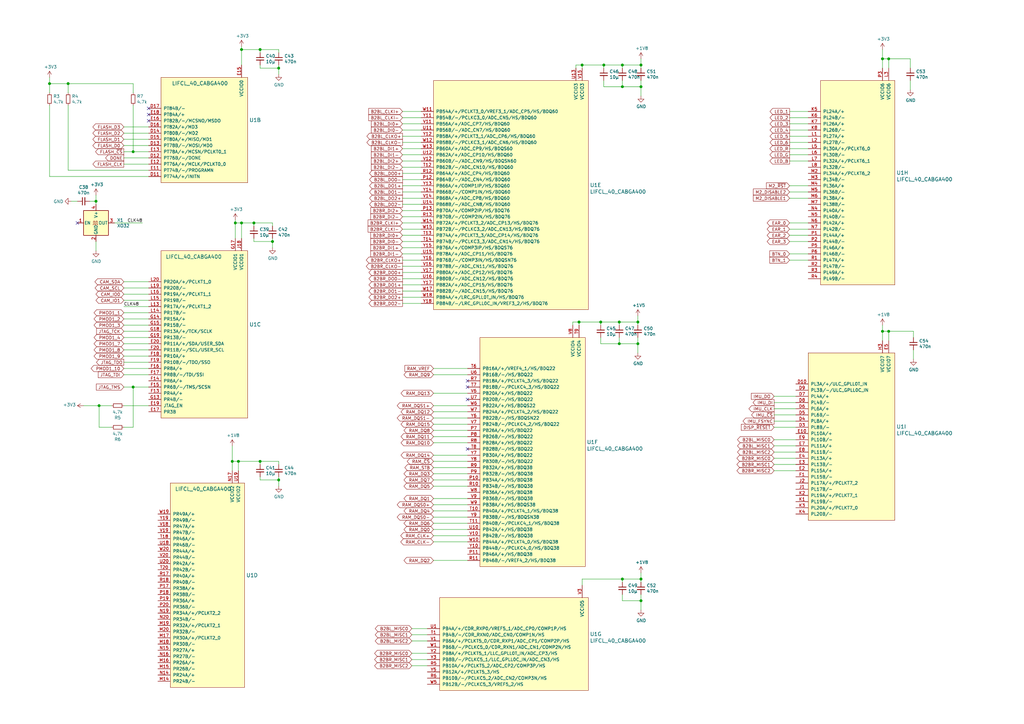
<source format=kicad_sch>
(kicad_sch (version 20210126) (generator eeschema)
  (paper "A3")
  (junction (at 20.32 34.29) (diameter 1.016))
  (junction (at 27.94 34.29) (diameter 1.016))
  (junction (at 39.37 82.55) (diameter 1.016))
  (junction (at 40.64 166.37) (diameter 1.016))
  (junction (at 54.61 62.23) (diameter 1.016))
  (junction (at 54.61 158.75) (diameter 1.016))
  (junction (at 95.25 189.23) (diameter 1.016))
  (junction (at 96.52 91.44) (diameter 1.016))
  (junction (at 97.79 189.23) (diameter 1.016))
  (junction (at 99.06 20.32) (diameter 1.016))
  (junction (at 99.06 91.44) (diameter 1.016))
  (junction (at 104.14 91.44) (diameter 1.016))
  (junction (at 106.68 20.32) (diameter 1.016))
  (junction (at 106.68 189.23) (diameter 1.016))
  (junction (at 111.76 99.06) (diameter 1.016))
  (junction (at 114.3 27.94) (diameter 1.016))
  (junction (at 114.3 196.85) (diameter 1.016))
  (junction (at 237.49 132.08) (diameter 1.016))
  (junction (at 238.76 26.67) (diameter 1.016))
  (junction (at 246.38 132.08) (diameter 1.016))
  (junction (at 247.65 26.67) (diameter 1.016))
  (junction (at 254 132.08) (diameter 1.016))
  (junction (at 254 140.97) (diameter 1.016))
  (junction (at 255.27 26.67) (diameter 1.016))
  (junction (at 255.27 35.56) (diameter 1.016))
  (junction (at 255.27 237.49) (diameter 1.016))
  (junction (at 261.62 132.08) (diameter 1.016))
  (junction (at 261.62 140.97) (diameter 1.016))
  (junction (at 262.89 26.67) (diameter 1.016))
  (junction (at 262.89 35.56) (diameter 1.016))
  (junction (at 262.89 237.49) (diameter 1.016))
  (junction (at 262.89 246.38) (diameter 1.016))
  (junction (at 361.95 24.13) (diameter 1.016))
  (junction (at 361.95 135.89) (diameter 1.016))
  (junction (at 364.49 24.13) (diameter 1.016))
  (junction (at 364.49 135.89) (diameter 1.016))
  (no_connect (at 31.75 91.44))
  (no_connect (at 60.96 44.45))
  (no_connect (at 60.96 46.99))
  (no_connect (at 60.96 49.53))
  (no_connect (at 191.77 156.21))
  (no_connect (at 191.77 158.75))
  (no_connect (at 191.77 163.83))
  (no_connect (at 191.77 184.15))
  (wire (pts (xy 20.32 31.75) (xy 20.32 34.29)))
  (wire (pts (xy 20.32 34.29) (xy 27.94 34.29)))
  (wire (pts (xy 20.32 38.1) (xy 20.32 34.29)))
  (wire (pts (xy 20.32 72.39) (xy 20.32 43.18)))
  (wire (pts (xy 27.94 34.29) (xy 27.94 38.1)))
  (wire (pts (xy 27.94 34.29) (xy 54.61 34.29)))
  (wire (pts (xy 27.94 43.18) (xy 27.94 69.85)))
  (wire (pts (xy 27.94 69.85) (xy 60.96 69.85)))
  (wire (pts (xy 29.21 82.55) (xy 31.75 82.55)))
  (wire (pts (xy 34.29 166.37) (xy 40.64 166.37)))
  (wire (pts (xy 36.83 82.55) (xy 39.37 82.55)))
  (wire (pts (xy 39.37 80.01) (xy 39.37 82.55)))
  (wire (pts (xy 39.37 82.55) (xy 39.37 83.82)))
  (wire (pts (xy 39.37 99.06) (xy 39.37 102.87)))
  (wire (pts (xy 40.64 166.37) (xy 40.64 175.26)))
  (wire (pts (xy 40.64 175.26) (xy 45.72 175.26)))
  (wire (pts (xy 45.72 166.37) (xy 40.64 166.37)))
  (wire (pts (xy 46.99 91.44) (xy 58.42 91.44)))
  (wire (pts (xy 50.8 52.07) (xy 60.96 52.07)))
  (wire (pts (xy 50.8 54.61) (xy 60.96 54.61)))
  (wire (pts (xy 50.8 57.15) (xy 60.96 57.15)))
  (wire (pts (xy 50.8 59.69) (xy 60.96 59.69)))
  (wire (pts (xy 50.8 62.23) (xy 54.61 62.23)))
  (wire (pts (xy 50.8 64.77) (xy 60.96 64.77)))
  (wire (pts (xy 50.8 67.31) (xy 60.96 67.31)))
  (wire (pts (xy 50.8 115.57) (xy 60.96 115.57)))
  (wire (pts (xy 50.8 118.11) (xy 60.96 118.11)))
  (wire (pts (xy 50.8 120.65) (xy 60.96 120.65)))
  (wire (pts (xy 50.8 123.19) (xy 60.96 123.19)))
  (wire (pts (xy 50.8 125.73) (xy 60.96 125.73)))
  (wire (pts (xy 50.8 128.27) (xy 60.96 128.27)))
  (wire (pts (xy 50.8 130.81) (xy 60.96 130.81)))
  (wire (pts (xy 50.8 133.35) (xy 60.96 133.35)))
  (wire (pts (xy 50.8 135.89) (xy 60.96 135.89)))
  (wire (pts (xy 50.8 138.43) (xy 60.96 138.43)))
  (wire (pts (xy 50.8 140.97) (xy 60.96 140.97)))
  (wire (pts (xy 50.8 143.51) (xy 60.96 143.51)))
  (wire (pts (xy 50.8 146.05) (xy 60.96 146.05)))
  (wire (pts (xy 50.8 148.59) (xy 60.96 148.59)))
  (wire (pts (xy 50.8 151.13) (xy 60.96 151.13)))
  (wire (pts (xy 50.8 153.67) (xy 60.96 153.67)))
  (wire (pts (xy 50.8 158.75) (xy 54.61 158.75)))
  (wire (pts (xy 50.8 166.37) (xy 60.96 166.37)))
  (wire (pts (xy 50.8 175.26) (xy 54.61 175.26)))
  (wire (pts (xy 54.61 34.29) (xy 54.61 38.1)))
  (wire (pts (xy 54.61 43.18) (xy 54.61 62.23)))
  (wire (pts (xy 54.61 62.23) (xy 60.96 62.23)))
  (wire (pts (xy 54.61 158.75) (xy 60.96 158.75)))
  (wire (pts (xy 54.61 175.26) (xy 54.61 158.75)))
  (wire (pts (xy 60.96 72.39) (xy 20.32 72.39)))
  (wire (pts (xy 95.25 182.88) (xy 95.25 189.23)))
  (wire (pts (xy 95.25 189.23) (xy 95.25 193.04)))
  (wire (pts (xy 96.52 90.17) (xy 96.52 91.44)))
  (wire (pts (xy 96.52 91.44) (xy 96.52 97.79)))
  (wire (pts (xy 96.52 91.44) (xy 99.06 91.44)))
  (wire (pts (xy 97.79 189.23) (xy 95.25 189.23)))
  (wire (pts (xy 97.79 189.23) (xy 106.68 189.23)))
  (wire (pts (xy 97.79 193.04) (xy 97.79 189.23)))
  (wire (pts (xy 99.06 19.05) (xy 99.06 20.32)))
  (wire (pts (xy 99.06 20.32) (xy 99.06 26.67)))
  (wire (pts (xy 99.06 20.32) (xy 106.68 20.32)))
  (wire (pts (xy 99.06 91.44) (xy 99.06 97.79)))
  (wire (pts (xy 99.06 91.44) (xy 104.14 91.44)))
  (wire (pts (xy 104.14 91.44) (xy 104.14 92.71)))
  (wire (pts (xy 104.14 91.44) (xy 111.76 91.44)))
  (wire (pts (xy 104.14 97.79) (xy 104.14 99.06)))
  (wire (pts (xy 104.14 99.06) (xy 111.76 99.06)))
  (wire (pts (xy 106.68 20.32) (xy 106.68 21.59)))
  (wire (pts (xy 106.68 20.32) (xy 114.3 20.32)))
  (wire (pts (xy 106.68 26.67) (xy 106.68 27.94)))
  (wire (pts (xy 106.68 27.94) (xy 114.3 27.94)))
  (wire (pts (xy 106.68 189.23) (xy 106.68 190.5)))
  (wire (pts (xy 106.68 189.23) (xy 114.3 189.23)))
  (wire (pts (xy 106.68 195.58) (xy 106.68 196.85)))
  (wire (pts (xy 106.68 196.85) (xy 114.3 196.85)))
  (wire (pts (xy 111.76 92.71) (xy 111.76 91.44)))
  (wire (pts (xy 111.76 99.06) (xy 111.76 97.79)))
  (wire (pts (xy 111.76 99.06) (xy 111.76 101.6)))
  (wire (pts (xy 114.3 21.59) (xy 114.3 20.32)))
  (wire (pts (xy 114.3 27.94) (xy 114.3 26.67)))
  (wire (pts (xy 114.3 27.94) (xy 114.3 30.48)))
  (wire (pts (xy 114.3 190.5) (xy 114.3 189.23)))
  (wire (pts (xy 114.3 195.58) (xy 114.3 196.85)))
  (wire (pts (xy 114.3 196.85) (xy 114.3 199.39)))
  (wire (pts (xy 165.1 45.72) (xy 172.72 45.72)))
  (wire (pts (xy 165.1 48.26) (xy 172.72 48.26)))
  (wire (pts (xy 165.1 50.8) (xy 172.72 50.8)))
  (wire (pts (xy 165.1 53.34) (xy 172.72 53.34)))
  (wire (pts (xy 165.1 55.88) (xy 172.72 55.88)))
  (wire (pts (xy 165.1 58.42) (xy 172.72 58.42)))
  (wire (pts (xy 165.1 60.96) (xy 172.72 60.96)))
  (wire (pts (xy 165.1 63.5) (xy 172.72 63.5)))
  (wire (pts (xy 165.1 66.04) (xy 172.72 66.04)))
  (wire (pts (xy 165.1 68.58) (xy 172.72 68.58)))
  (wire (pts (xy 165.1 71.12) (xy 172.72 71.12)))
  (wire (pts (xy 165.1 73.66) (xy 172.72 73.66)))
  (wire (pts (xy 165.1 76.2) (xy 172.72 76.2)))
  (wire (pts (xy 165.1 78.74) (xy 172.72 78.74)))
  (wire (pts (xy 165.1 81.28) (xy 172.72 81.28)))
  (wire (pts (xy 165.1 83.82) (xy 172.72 83.82)))
  (wire (pts (xy 165.1 86.36) (xy 172.72 86.36)))
  (wire (pts (xy 165.1 88.9) (xy 172.72 88.9)))
  (wire (pts (xy 165.1 91.44) (xy 172.72 91.44)))
  (wire (pts (xy 165.1 93.98) (xy 172.72 93.98)))
  (wire (pts (xy 165.1 96.52) (xy 172.72 96.52)))
  (wire (pts (xy 165.1 99.06) (xy 172.72 99.06)))
  (wire (pts (xy 165.1 101.6) (xy 172.72 101.6)))
  (wire (pts (xy 165.1 104.14) (xy 172.72 104.14)))
  (wire (pts (xy 165.1 106.68) (xy 172.72 106.68)))
  (wire (pts (xy 165.1 109.22) (xy 172.72 109.22)))
  (wire (pts (xy 165.1 111.76) (xy 172.72 111.76)))
  (wire (pts (xy 165.1 114.3) (xy 172.72 114.3)))
  (wire (pts (xy 165.1 116.84) (xy 172.72 116.84)))
  (wire (pts (xy 165.1 119.38) (xy 172.72 119.38)))
  (wire (pts (xy 165.1 121.92) (xy 172.72 121.92)))
  (wire (pts (xy 165.1 124.46) (xy 172.72 124.46)))
  (wire (pts (xy 168.91 257.81) (xy 175.26 257.81)))
  (wire (pts (xy 168.91 260.35) (xy 175.26 260.35)))
  (wire (pts (xy 168.91 262.89) (xy 175.26 262.89)))
  (wire (pts (xy 168.91 267.97) (xy 175.26 267.97)))
  (wire (pts (xy 168.91 270.51) (xy 175.26 270.51)))
  (wire (pts (xy 168.91 273.05) (xy 175.26 273.05)))
  (wire (pts (xy 177.8 151.13) (xy 191.77 151.13)))
  (wire (pts (xy 177.8 153.67) (xy 191.77 153.67)))
  (wire (pts (xy 177.8 161.29) (xy 191.77 161.29)))
  (wire (pts (xy 177.8 166.37) (xy 191.77 166.37)))
  (wire (pts (xy 177.8 168.91) (xy 191.77 168.91)))
  (wire (pts (xy 177.8 171.45) (xy 191.77 171.45)))
  (wire (pts (xy 177.8 173.99) (xy 191.77 173.99)))
  (wire (pts (xy 177.8 176.53) (xy 191.77 176.53)))
  (wire (pts (xy 177.8 179.07) (xy 191.77 179.07)))
  (wire (pts (xy 177.8 181.61) (xy 191.77 181.61)))
  (wire (pts (xy 177.8 186.69) (xy 191.77 186.69)))
  (wire (pts (xy 177.8 189.23) (xy 191.77 189.23)))
  (wire (pts (xy 177.8 191.77) (xy 191.77 191.77)))
  (wire (pts (xy 177.8 194.31) (xy 191.77 194.31)))
  (wire (pts (xy 177.8 196.85) (xy 191.77 196.85)))
  (wire (pts (xy 177.8 199.39) (xy 191.77 199.39)))
  (wire (pts (xy 177.8 204.47) (xy 191.77 204.47)))
  (wire (pts (xy 177.8 207.01) (xy 191.77 207.01)))
  (wire (pts (xy 177.8 209.55) (xy 191.77 209.55)))
  (wire (pts (xy 177.8 212.09) (xy 191.77 212.09)))
  (wire (pts (xy 177.8 214.63) (xy 191.77 214.63)))
  (wire (pts (xy 177.8 217.17) (xy 191.77 217.17)))
  (wire (pts (xy 177.8 219.71) (xy 191.77 219.71)))
  (wire (pts (xy 177.8 222.25) (xy 191.77 222.25)))
  (wire (pts (xy 177.8 229.87) (xy 191.77 229.87)))
  (wire (pts (xy 234.95 132.08) (xy 237.49 132.08)))
  (wire (pts (xy 234.95 133.35) (xy 234.95 132.08)))
  (wire (pts (xy 236.22 26.67) (xy 238.76 26.67)))
  (wire (pts (xy 236.22 27.94) (xy 236.22 26.67)))
  (wire (pts (xy 237.49 132.08) (xy 237.49 133.35)))
  (wire (pts (xy 237.49 132.08) (xy 246.38 132.08)))
  (wire (pts (xy 238.76 26.67) (xy 238.76 27.94)))
  (wire (pts (xy 238.76 26.67) (xy 247.65 26.67)))
  (wire (pts (xy 238.76 237.49) (xy 238.76 240.03)))
  (wire (pts (xy 246.38 132.08) (xy 246.38 133.35)))
  (wire (pts (xy 246.38 132.08) (xy 254 132.08)))
  (wire (pts (xy 246.38 138.43) (xy 246.38 140.97)))
  (wire (pts (xy 246.38 140.97) (xy 254 140.97)))
  (wire (pts (xy 247.65 26.67) (xy 247.65 27.94)))
  (wire (pts (xy 247.65 26.67) (xy 255.27 26.67)))
  (wire (pts (xy 247.65 33.02) (xy 247.65 35.56)))
  (wire (pts (xy 247.65 35.56) (xy 255.27 35.56)))
  (wire (pts (xy 254 132.08) (xy 254 133.35)))
  (wire (pts (xy 254 132.08) (xy 261.62 132.08)))
  (wire (pts (xy 254 138.43) (xy 254 140.97)))
  (wire (pts (xy 254 140.97) (xy 261.62 140.97)))
  (wire (pts (xy 255.27 26.67) (xy 255.27 27.94)))
  (wire (pts (xy 255.27 26.67) (xy 262.89 26.67)))
  (wire (pts (xy 255.27 33.02) (xy 255.27 35.56)))
  (wire (pts (xy 255.27 35.56) (xy 262.89 35.56)))
  (wire (pts (xy 255.27 237.49) (xy 238.76 237.49)))
  (wire (pts (xy 255.27 237.49) (xy 255.27 238.76)))
  (wire (pts (xy 255.27 237.49) (xy 262.89 237.49)))
  (wire (pts (xy 255.27 243.84) (xy 255.27 246.38)))
  (wire (pts (xy 255.27 246.38) (xy 262.89 246.38)))
  (wire (pts (xy 261.62 129.54) (xy 261.62 132.08)))
  (wire (pts (xy 261.62 132.08) (xy 261.62 133.35)))
  (wire (pts (xy 261.62 140.97) (xy 261.62 138.43)))
  (wire (pts (xy 261.62 140.97) (xy 261.62 144.78)))
  (wire (pts (xy 262.89 24.13) (xy 262.89 26.67)))
  (wire (pts (xy 262.89 26.67) (xy 262.89 27.94)))
  (wire (pts (xy 262.89 35.56) (xy 262.89 33.02)))
  (wire (pts (xy 262.89 35.56) (xy 262.89 39.37)))
  (wire (pts (xy 262.89 234.95) (xy 262.89 237.49)))
  (wire (pts (xy 262.89 237.49) (xy 262.89 238.76)))
  (wire (pts (xy 262.89 246.38) (xy 262.89 243.84)))
  (wire (pts (xy 262.89 246.38) (xy 262.89 250.19)))
  (wire (pts (xy 317.5 162.56) (xy 326.39 162.56)))
  (wire (pts (xy 317.5 165.1) (xy 326.39 165.1)))
  (wire (pts (xy 317.5 167.64) (xy 326.39 167.64)))
  (wire (pts (xy 317.5 170.18) (xy 326.39 170.18)))
  (wire (pts (xy 317.5 172.72) (xy 326.39 172.72)))
  (wire (pts (xy 317.5 175.26) (xy 326.39 175.26)))
  (wire (pts (xy 317.5 180.34) (xy 326.39 180.34)))
  (wire (pts (xy 317.5 182.88) (xy 326.39 182.88)))
  (wire (pts (xy 317.5 185.42) (xy 326.39 185.42)))
  (wire (pts (xy 317.5 187.96) (xy 326.39 187.96)))
  (wire (pts (xy 317.5 190.5) (xy 326.39 190.5)))
  (wire (pts (xy 317.5 193.04) (xy 326.39 193.04)))
  (wire (pts (xy 323.85 45.72) (xy 331.47 45.72)))
  (wire (pts (xy 323.85 48.26) (xy 331.47 48.26)))
  (wire (pts (xy 323.85 50.8) (xy 331.47 50.8)))
  (wire (pts (xy 323.85 53.34) (xy 331.47 53.34)))
  (wire (pts (xy 323.85 55.88) (xy 331.47 55.88)))
  (wire (pts (xy 323.85 58.42) (xy 331.47 58.42)))
  (wire (pts (xy 323.85 60.96) (xy 331.47 60.96)))
  (wire (pts (xy 323.85 63.5) (xy 331.47 63.5)))
  (wire (pts (xy 323.85 66.04) (xy 331.47 66.04)))
  (wire (pts (xy 323.85 76.2) (xy 331.47 76.2)))
  (wire (pts (xy 323.85 78.74) (xy 331.47 78.74)))
  (wire (pts (xy 323.85 81.28) (xy 331.47 81.28)))
  (wire (pts (xy 323.85 91.44) (xy 331.47 91.44)))
  (wire (pts (xy 323.85 93.98) (xy 331.47 93.98)))
  (wire (pts (xy 323.85 96.52) (xy 331.47 96.52)))
  (wire (pts (xy 323.85 99.06) (xy 331.47 99.06)))
  (wire (pts (xy 323.85 104.14) (xy 331.47 104.14)))
  (wire (pts (xy 323.85 106.68) (xy 331.47 106.68)))
  (wire (pts (xy 361.95 20.32) (xy 361.95 24.13)))
  (wire (pts (xy 361.95 24.13) (xy 361.95 27.94)))
  (wire (pts (xy 361.95 24.13) (xy 364.49 24.13)))
  (wire (pts (xy 361.95 133.35) (xy 361.95 135.89)))
  (wire (pts (xy 361.95 135.89) (xy 361.95 139.7)))
  (wire (pts (xy 364.49 24.13) (xy 364.49 27.94)))
  (wire (pts (xy 364.49 24.13) (xy 373.38 24.13)))
  (wire (pts (xy 364.49 135.89) (xy 361.95 135.89)))
  (wire (pts (xy 364.49 139.7) (xy 364.49 135.89)))
  (wire (pts (xy 373.38 27.94) (xy 373.38 24.13)))
  (wire (pts (xy 373.38 33.02) (xy 373.38 36.83)))
  (wire (pts (xy 374.65 135.89) (xy 364.49 135.89)))
  (wire (pts (xy 374.65 138.43) (xy 374.65 135.89)))
  (wire (pts (xy 374.65 143.51) (xy 374.65 147.32)))
  (label "CLK48" (at 50.8 125.73 0))
  (label "CLK48" (at 58.42 91.44 180))
  (global_label "FLASH_D3" (shape bidirectional) (at 50.8 52.07 180) (property "Intersheet References" "${INTERSHEET_REFS}" (effects hide)))
  (global_label "FLASH_D2" (shape bidirectional) (at 50.8 54.61 180) (property "Intersheet References" "${INTERSHEET_REFS}" (effects hide)))
  (global_label "FLASH_D1" (shape bidirectional) (at 50.8 57.15 180) (property "Intersheet References" "${INTERSHEET_REFS}" (effects hide)))
  (global_label "FLASH_D0" (shape bidirectional) (at 50.8 59.69 180) (property "Intersheet References" "${INTERSHEET_REFS}" (effects hide)))
  (global_label "FLASH_~CS" (shape output) (at 50.8 62.23 180) (property "Intersheet References" "${INTERSHEET_REFS}" (effects hide)))
  (global_label "DONE" (shape output) (at 50.8 64.77 180) (property "Intersheet References" "${INTERSHEET_REFS}" (effects hide)))
  (global_label "FLASH_CLK" (shape output) (at 50.8 67.31 180) (property "Intersheet References" "${INTERSHEET_REFS}" (effects hide)))
  (global_label "CAM_SDA" (shape bidirectional) (at 50.8 115.57 180) (property "Intersheet References" "${INTERSHEET_REFS}" (effects hide)))
  (global_label "CAM_SCL" (shape bidirectional) (at 50.8 118.11 180) (property "Intersheet References" "${INTERSHEET_REFS}" (effects hide)))
  (global_label "CAM_IO0" (shape bidirectional) (at 50.8 120.65 180) (property "Intersheet References" "${INTERSHEET_REFS}" (effects hide)))
  (global_label "CAM_IO1" (shape bidirectional) (at 50.8 123.19 180) (property "Intersheet References" "${INTERSHEET_REFS}" (effects hide)))
  (global_label "PMOD1_1" (shape bidirectional) (at 50.8 128.27 180) (property "Intersheet References" "${INTERSHEET_REFS}" (effects hide)))
  (global_label "PMOD1_2" (shape bidirectional) (at 50.8 130.81 180) (property "Intersheet References" "${INTERSHEET_REFS}" (effects hide)))
  (global_label "PMOD1_3" (shape bidirectional) (at 50.8 133.35 180) (property "Intersheet References" "${INTERSHEET_REFS}" (effects hide)))
  (global_label "JTAG_TCK" (shape input) (at 50.8 135.89 180) (property "Intersheet References" "${INTERSHEET_REFS}" (effects hide)))
  (global_label "PMOD1_4" (shape bidirectional) (at 50.8 138.43 180) (property "Intersheet References" "${INTERSHEET_REFS}" (effects hide)))
  (global_label "PMOD1_7" (shape bidirectional) (at 50.8 140.97 180) (property "Intersheet References" "${INTERSHEET_REFS}" (effects hide)))
  (global_label "PMOD1_8" (shape bidirectional) (at 50.8 143.51 180) (property "Intersheet References" "${INTERSHEET_REFS}" (effects hide)))
  (global_label "PMOD1_9" (shape bidirectional) (at 50.8 146.05 180) (property "Intersheet References" "${INTERSHEET_REFS}" (effects hide)))
  (global_label "JTAG_TDO" (shape output) (at 50.8 148.59 180) (property "Intersheet References" "${INTERSHEET_REFS}" (effects hide)))
  (global_label "PMOD1_10" (shape bidirectional) (at 50.8 151.13 180) (property "Intersheet References" "${INTERSHEET_REFS}" (effects hide)))
  (global_label "JTAG_TDI" (shape input) (at 50.8 153.67 180) (property "Intersheet References" "${INTERSHEET_REFS}" (effects hide)))
  (global_label "JTAG_TMS" (shape input) (at 50.8 158.75 180) (property "Intersheet References" "${INTERSHEET_REFS}" (effects hide)))
  (global_label "B2BL_CLKI+" (shape input) (at 165.1 45.72 180) (property "Intersheet References" "${INTERSHEET_REFS}" (effects hide)))
  (global_label "B2BL_CLKI-" (shape input) (at 165.1 48.26 180) (property "Intersheet References" "${INTERSHEET_REFS}" (effects hide)))
  (global_label "B2BL_DI0+" (shape input) (at 165.1 50.8 180) (property "Intersheet References" "${INTERSHEET_REFS}" (effects hide)))
  (global_label "B2BL_DI0-" (shape input) (at 165.1 53.34 180) (property "Intersheet References" "${INTERSHEET_REFS}" (effects hide)))
  (global_label "B2BL_CLKO+" (shape output) (at 165.1 55.88 180) (property "Intersheet References" "${INTERSHEET_REFS}" (effects hide)))
  (global_label "B2BL_CLKO-" (shape output) (at 165.1 58.42 180) (property "Intersheet References" "${INTERSHEET_REFS}" (effects hide)))
  (global_label "B2BL_DI1+" (shape input) (at 165.1 60.96 180) (property "Intersheet References" "${INTERSHEET_REFS}" (effects hide)))
  (global_label "B2BL_DI1-" (shape input) (at 165.1 63.5 180) (property "Intersheet References" "${INTERSHEET_REFS}" (effects hide)))
  (global_label "B2BL_DI2+" (shape input) (at 165.1 66.04 180) (property "Intersheet References" "${INTERSHEET_REFS}" (effects hide)))
  (global_label "B2BL_DI2-" (shape input) (at 165.1 68.58 180) (property "Intersheet References" "${INTERSHEET_REFS}" (effects hide)))
  (global_label "B2BL_DO0+" (shape output) (at 165.1 71.12 180) (property "Intersheet References" "${INTERSHEET_REFS}" (effects hide)))
  (global_label "B2BL_DO0-" (shape output) (at 165.1 73.66 180) (property "Intersheet References" "${INTERSHEET_REFS}" (effects hide)))
  (global_label "B2BL_DO1+" (shape output) (at 165.1 76.2 180) (property "Intersheet References" "${INTERSHEET_REFS}" (effects hide)))
  (global_label "B2BL_DO1-" (shape output) (at 165.1 78.74 180) (property "Intersheet References" "${INTERSHEET_REFS}" (effects hide)))
  (global_label "B2BL_DO2+" (shape output) (at 165.1 81.28 180) (property "Intersheet References" "${INTERSHEET_REFS}" (effects hide)))
  (global_label "B2BL_DO2-" (shape output) (at 165.1 83.82 180) (property "Intersheet References" "${INTERSHEET_REFS}" (effects hide)))
  (global_label "B2BR_DI2+" (shape input) (at 165.1 86.36 180) (property "Intersheet References" "${INTERSHEET_REFS}" (effects hide)))
  (global_label "B2BR_DI2-" (shape input) (at 165.1 88.9 180) (property "Intersheet References" "${INTERSHEET_REFS}" (effects hide)))
  (global_label "B2BR_CLKI+" (shape input) (at 165.1 91.44 180) (property "Intersheet References" "${INTERSHEET_REFS}" (effects hide)))
  (global_label "B2BR_CLKI-" (shape input) (at 165.1 93.98 180) (property "Intersheet References" "${INTERSHEET_REFS}" (effects hide)))
  (global_label "B2BR_DI0+" (shape input) (at 165.1 96.52 180) (property "Intersheet References" "${INTERSHEET_REFS}" (effects hide)))
  (global_label "B2BR_DI0-" (shape input) (at 165.1 99.06 180) (property "Intersheet References" "${INTERSHEET_REFS}" (effects hide)))
  (global_label "B2BR_DI1+" (shape input) (at 165.1 101.6 180) (property "Intersheet References" "${INTERSHEET_REFS}" (effects hide)))
  (global_label "B2BR_DI1-" (shape input) (at 165.1 104.14 180) (property "Intersheet References" "${INTERSHEET_REFS}" (effects hide)))
  (global_label "B2BR_CLKO+" (shape output) (at 165.1 106.68 180) (property "Intersheet References" "${INTERSHEET_REFS}" (effects hide)))
  (global_label "B2BR_CLKO-" (shape output) (at 165.1 109.22 180) (property "Intersheet References" "${INTERSHEET_REFS}" (effects hide)))
  (global_label "B2BR_DO0+" (shape output) (at 165.1 111.76 180) (property "Intersheet References" "${INTERSHEET_REFS}" (effects hide)))
  (global_label "B2BR_DO0-" (shape output) (at 165.1 114.3 180) (property "Intersheet References" "${INTERSHEET_REFS}" (effects hide)))
  (global_label "B2BR_DO1+" (shape output) (at 165.1 116.84 180) (property "Intersheet References" "${INTERSHEET_REFS}" (effects hide)))
  (global_label "B2BR_DO1-" (shape output) (at 165.1 119.38 180) (property "Intersheet References" "${INTERSHEET_REFS}" (effects hide)))
  (global_label "B2BR_DO2+" (shape output) (at 165.1 121.92 180) (property "Intersheet References" "${INTERSHEET_REFS}" (effects hide)))
  (global_label "B2BR_DO2-" (shape output) (at 165.1 124.46 180) (property "Intersheet References" "${INTERSHEET_REFS}" (effects hide)))
  (global_label "B2BL_MISC0" (shape bidirectional) (at 168.91 257.81 180) (property "Intersheet References" "${INTERSHEET_REFS}" (effects hide)))
  (global_label "B2BL_MISC1" (shape bidirectional) (at 168.91 260.35 180) (property "Intersheet References" "${INTERSHEET_REFS}" (effects hide)))
  (global_label "B2BL_MISC2" (shape bidirectional) (at 168.91 262.89 180) (property "Intersheet References" "${INTERSHEET_REFS}" (effects hide)))
  (global_label "B2BR_MISC0" (shape bidirectional) (at 168.91 267.97 180) (property "Intersheet References" "${INTERSHEET_REFS}" (effects hide)))
  (global_label "B2BR_MISC1" (shape bidirectional) (at 168.91 270.51 180) (property "Intersheet References" "${INTERSHEET_REFS}" (effects hide)))
  (global_label "B2BR_MISC2" (shape bidirectional) (at 168.91 273.05 180) (property "Intersheet References" "${INTERSHEET_REFS}" (effects hide)))
  (global_label "RAM_VREF" (shape input) (at 177.8 151.13 180) (property "Intersheet References" "${INTERSHEET_REFS}" (effects hide)))
  (global_label "RAM_DQ9" (shape bidirectional) (at 177.8 153.67 180) (property "Intersheet References" "${INTERSHEET_REFS}" (effects hide)))
  (global_label "RAM_DQ13" (shape bidirectional) (at 177.8 161.29 180) (property "Intersheet References" "${INTERSHEET_REFS}" (effects hide)))
  (global_label "RAM_DQS1+" (shape bidirectional) (at 177.8 166.37 180) (property "Intersheet References" "${INTERSHEET_REFS}" (effects hide)))
  (global_label "RAM_DQ12" (shape bidirectional) (at 177.8 168.91 180) (property "Intersheet References" "${INTERSHEET_REFS}" (effects hide)))
  (global_label "RAM_DQS1-" (shape bidirectional) (at 177.8 171.45 180) (property "Intersheet References" "${INTERSHEET_REFS}" (effects hide)))
  (global_label "RAM_DQ15" (shape bidirectional) (at 177.8 173.99 180) (property "Intersheet References" "${INTERSHEET_REFS}" (effects hide)))
  (global_label "RAM_DQ8" (shape bidirectional) (at 177.8 176.53 180) (property "Intersheet References" "${INTERSHEET_REFS}" (effects hide)))
  (global_label "RAM_DQ11" (shape bidirectional) (at 177.8 179.07 180) (property "Intersheet References" "${INTERSHEET_REFS}" (effects hide)))
  (global_label "RAM_DQ10" (shape bidirectional) (at 177.8 181.61 180) (property "Intersheet References" "${INTERSHEET_REFS}" (effects hide)))
  (global_label "RAM_DQ14" (shape bidirectional) (at 177.8 186.69 180) (property "Intersheet References" "${INTERSHEET_REFS}" (effects hide)))
  (global_label "RAM_~CS" (shape bidirectional) (at 177.8 189.23 180) (property "Intersheet References" "${INTERSHEET_REFS}" (effects hide)))
  (global_label "RAM_STB" (shape bidirectional) (at 177.8 191.77 180) (property "Intersheet References" "${INTERSHEET_REFS}" (effects hide)))
  (global_label "RAM_DQ3" (shape bidirectional) (at 177.8 194.31 180) (property "Intersheet References" "${INTERSHEET_REFS}" (effects hide)))
  (global_label "RAM_DQ7" (shape bidirectional) (at 177.8 196.85 180) (property "Intersheet References" "${INTERSHEET_REFS}" (effects hide)))
  (global_label "RAM_DQ5" (shape bidirectional) (at 177.8 199.39 180) (property "Intersheet References" "${INTERSHEET_REFS}" (effects hide)))
  (global_label "RAM_DQ1" (shape bidirectional) (at 177.8 204.47 180) (property "Intersheet References" "${INTERSHEET_REFS}" (effects hide)))
  (global_label "RAM_DQS0+" (shape bidirectional) (at 177.8 207.01 180) (property "Intersheet References" "${INTERSHEET_REFS}" (effects hide)))
  (global_label "RAM_DQ4" (shape bidirectional) (at 177.8 209.55 180) (property "Intersheet References" "${INTERSHEET_REFS}" (effects hide)))
  (global_label "RAM_DQS0-" (shape bidirectional) (at 177.8 212.09 180) (property "Intersheet References" "${INTERSHEET_REFS}" (effects hide)))
  (global_label "RAM_DQ6" (shape bidirectional) (at 177.8 214.63 180) (property "Intersheet References" "${INTERSHEET_REFS}" (effects hide)))
  (global_label "RAM_DQ0" (shape bidirectional) (at 177.8 217.17 180) (property "Intersheet References" "${INTERSHEET_REFS}" (effects hide)))
  (global_label "RAM_CLK+" (shape bidirectional) (at 177.8 219.71 180) (property "Intersheet References" "${INTERSHEET_REFS}" (effects hide)))
  (global_label "RAM_CLK-" (shape bidirectional) (at 177.8 222.25 180) (property "Intersheet References" "${INTERSHEET_REFS}" (effects hide)))
  (global_label "RAM_DQ2" (shape bidirectional) (at 177.8 229.87 180) (property "Intersheet References" "${INTERSHEET_REFS}" (effects hide)))
  (global_label "IMU_DO" (shape input) (at 317.5 162.56 180) (property "Intersheet References" "${INTERSHEET_REFS}" (effects hide)))
  (global_label "IMU_DI" (shape output) (at 317.5 165.1 180) (property "Intersheet References" "${INTERSHEET_REFS}" (effects hide)))
  (global_label "IMU_CLK" (shape output) (at 317.5 167.64 180) (property "Intersheet References" "${INTERSHEET_REFS}" (effects hide)))
  (global_label "IMU_~CS" (shape output) (at 317.5 170.18 180) (property "Intersheet References" "${INTERSHEET_REFS}" (effects hide)))
  (global_label "IMU_FSYNC" (shape output) (at 317.5 172.72 180) (property "Intersheet References" "${INTERSHEET_REFS}" (effects hide)))
  (global_label "DISP_~RESET" (shape input) (at 317.5 175.26 180) (property "Intersheet References" "${INTERSHEET_REFS}" (effects hide)))
  (global_label "B2BL_MISC0" (shape bidirectional) (at 317.5 180.34 180) (property "Intersheet References" "${INTERSHEET_REFS}" (effects hide)))
  (global_label "B2BL_MISC1" (shape bidirectional) (at 317.5 182.88 180) (property "Intersheet References" "${INTERSHEET_REFS}" (effects hide)))
  (global_label "B2BL_MISC2" (shape bidirectional) (at 317.5 185.42 180) (property "Intersheet References" "${INTERSHEET_REFS}" (effects hide)))
  (global_label "B2BR_MISC0" (shape bidirectional) (at 317.5 187.96 180) (property "Intersheet References" "${INTERSHEET_REFS}" (effects hide)))
  (global_label "B2BR_MISC1" (shape bidirectional) (at 317.5 190.5 180) (property "Intersheet References" "${INTERSHEET_REFS}" (effects hide)))
  (global_label "B2BR_MISC2" (shape bidirectional) (at 317.5 193.04 180) (property "Intersheet References" "${INTERSHEET_REFS}" (effects hide)))
  (global_label "LED_1" (shape output) (at 323.85 45.72 180) (property "Intersheet References" "${INTERSHEET_REFS}" (effects hide)))
  (global_label "LED_2" (shape output) (at 323.85 48.26 180) (property "Intersheet References" "${INTERSHEET_REFS}" (effects hide)))
  (global_label "LED_3" (shape output) (at 323.85 50.8 180) (property "Intersheet References" "${INTERSHEET_REFS}" (effects hide)))
  (global_label "LED_4" (shape output) (at 323.85 53.34 180) (property "Intersheet References" "${INTERSHEET_REFS}" (effects hide)))
  (global_label "LED_5" (shape output) (at 323.85 55.88 180) (property "Intersheet References" "${INTERSHEET_REFS}" (effects hide)))
  (global_label "LED_6" (shape output) (at 323.85 58.42 180) (property "Intersheet References" "${INTERSHEET_REFS}" (effects hide)))
  (global_label "LED_R" (shape output) (at 323.85 60.96 180) (property "Intersheet References" "${INTERSHEET_REFS}" (effects hide)))
  (global_label "LED_G" (shape output) (at 323.85 63.5 180) (property "Intersheet References" "${INTERSHEET_REFS}" (effects hide)))
  (global_label "LED_B" (shape output) (at 323.85 66.04 180) (property "Intersheet References" "${INTERSHEET_REFS}" (effects hide)))
  (global_label "M2_~RST" (shape input) (at 323.85 76.2 180) (property "Intersheet References" "${INTERSHEET_REFS}" (effects hide)))
  (global_label "M2_DISABLE2" (shape input) (at 323.85 78.74 180) (property "Intersheet References" "${INTERSHEET_REFS}" (effects hide)))
  (global_label "M2_DISABLE1" (shape input) (at 323.85 81.28 180) (property "Intersheet References" "${INTERSHEET_REFS}" (effects hide)))
  (global_label "EAR_0" (shape bidirectional) (at 323.85 91.44 180) (property "Intersheet References" "${INTERSHEET_REFS}" (effects hide)))
  (global_label "EAR_1" (shape bidirectional) (at 323.85 93.98 180) (property "Intersheet References" "${INTERSHEET_REFS}" (effects hide)))
  (global_label "EAR_2" (shape bidirectional) (at 323.85 96.52 180) (property "Intersheet References" "${INTERSHEET_REFS}" (effects hide)))
  (global_label "EAR_3" (shape bidirectional) (at 323.85 99.06 180) (property "Intersheet References" "${INTERSHEET_REFS}" (effects hide)))
  (global_label "BTN_0" (shape input) (at 323.85 104.14 180) (property "Intersheet References" "${INTERSHEET_REFS}" (effects hide)))
  (global_label "BTN_1" (shape input) (at 323.85 106.68 180) (property "Intersheet References" "${INTERSHEET_REFS}" (effects hide)))
  (symbol (lib_id "power:+3V3") (at 20.32 31.75 0) (unit 1)
    (property "Reference" "#PWR027" (effects hide))
    (property "Value" "+3V3" (at 20.6883 27.4256 0))
  )
  (symbol (lib_id "power:+3V3") (at 34.29 166.37 90) (unit 1)
    (property "Reference" "#PWR029" (effects hide))
    (property "Value" "+3V3" (at 31.1149 166.0017 90) (effects (justify left)))
  )
  (symbol (lib_id "power:+3V3") (at 39.37 80.01 0) (unit 1)
    (property "Reference" "#PWR030" (effects hide))
    (property "Value" "+3V3" (at 39.7383 75.6856 0))
  )
  (symbol (lib_id "power:+1V8") (at 95.25 182.88 0) (unit 1)
    (property "Reference" "#PWR032" (effects hide))
    (property "Value" "+1V8" (at 95.6183 178.5556 0))
  )
  (symbol (lib_id "power:+3V3") (at 96.52 90.17 0) (unit 1)
    (property "Reference" "#PWR033" (effects hide))
    (property "Value" "+3V3" (at 96.8883 85.8456 0))
  )
  (symbol (lib_id "power:+3V3") (at 99.06 19.05 0) (unit 1)
    (property "Reference" "#PWR034" (effects hide))
    (property "Value" "+3V3" (at 99.4283 14.7256 0))
  )
  (symbol (lib_id "power:+1V5") (at 261.62 129.54 0) (unit 1)
    (property "Reference" "#PWR038" (effects hide))
    (property "Value" "+1V5" (at 261.9883 125.2156 0))
  )
  (symbol (lib_id "power:+1V8") (at 262.89 24.13 0) (unit 1)
    (property "Reference" "#PWR040" (effects hide))
    (property "Value" "+1V8" (at 263.2583 19.8056 0))
  )
  (symbol (lib_id "power:+1V8") (at 262.89 234.95 0) (unit 1)
    (property "Reference" "#PWR042" (effects hide))
    (property "Value" "+1V8" (at 263.2583 230.6256 0))
  )
  (symbol (lib_id "power:+3V3") (at 361.95 20.32 0) (unit 1)
    (property "Reference" "#PWR044" (effects hide))
    (property "Value" "+3V3" (at 362.3183 15.9956 0))
  )
  (symbol (lib_id "power:+1V8") (at 361.95 133.35 0) (unit 1)
    (property "Reference" "#PWR045" (effects hide))
    (property "Value" "+1V8" (at 362.3183 129.0256 0))
  )
  (symbol (lib_id "power:GND") (at 29.21 82.55 270) (unit 1)
    (property "Reference" "#PWR028" (effects hide))
    (property "Value" "GND" (at 26.035 82.6643 90) (effects (justify right)))
  )
  (symbol (lib_id "power:GND") (at 39.37 102.87 0) (unit 1)
    (property "Reference" "#PWR031" (effects hide))
    (property "Value" "GND" (at 39.4843 107.1944 0))
  )
  (symbol (lib_id "power:GND") (at 111.76 101.6 0) (unit 1)
    (property "Reference" "#PWR035" (effects hide))
    (property "Value" "GND" (at 111.8743 105.9244 0))
  )
  (symbol (lib_id "power:GND") (at 114.3 30.48 0) (unit 1)
    (property "Reference" "#PWR036" (effects hide))
    (property "Value" "GND" (at 114.4143 34.8044 0))
  )
  (symbol (lib_id "power:GND") (at 114.3 199.39 0) (unit 1)
    (property "Reference" "#PWR037" (effects hide))
    (property "Value" "GND" (at 114.4143 203.7144 0))
  )
  (symbol (lib_id "power:GND") (at 261.62 144.78 0) (unit 1)
    (property "Reference" "#PWR039" (effects hide))
    (property "Value" "GND" (at 261.7343 149.1044 0))
  )
  (symbol (lib_id "power:GND") (at 262.89 39.37 0) (unit 1)
    (property "Reference" "#PWR041" (effects hide))
    (property "Value" "GND" (at 263.0043 43.6944 0))
  )
  (symbol (lib_id "power:GND") (at 262.89 250.19 0) (unit 1)
    (property "Reference" "#PWR043" (effects hide))
    (property "Value" "GND" (at 263.0043 254.5144 0))
  )
  (symbol (lib_id "power:GND") (at 373.38 36.83 0) (unit 1)
    (property "Reference" "#PWR046" (effects hide))
    (property "Value" "GND" (at 373.4943 41.1544 0))
  )
  (symbol (lib_id "power:GND") (at 374.65 147.32 0) (unit 1)
    (property "Reference" "#PWR047" (effects hide))
    (property "Value" "GND" (at 374.7643 151.6444 0))
  )
  (symbol (lib_id "Device:R_Small") (at 20.32 40.64 180) (unit 1)
    (property "Reference" "R3" (at 21.8187 39.4906 0) (effects (justify right)))
    (property "Value" "4.7k" (at 21.819 41.789 0) (effects (justify right)))
    (property "Footprint" "Resistor_SMD:R_0402_1005Metric" (effects hide))
  )
  (symbol (lib_id "Device:R_Small") (at 27.94 40.64 180) (unit 1)
    (property "Reference" "R4" (at 29.4387 39.4906 0) (effects (justify right)))
    (property "Value" "4.7k" (at 29.439 41.789 0) (effects (justify right)))
    (property "Footprint" "Resistor_SMD:R_0402_1005Metric" (effects hide))
  )
  (symbol (lib_id "Device:R_Small") (at 48.26 166.37 90) (unit 1)
    (property "Reference" "R5" (at 48.26 171.3168 90))
    (property "Value" "4.7k" (at 48.26 169.018 90))
    (property "Footprint" "Resistor_SMD:R_0402_1005Metric" (effects hide))
  )
  (symbol (lib_id "Device:R_Small") (at 48.26 175.26 90) (unit 1)
    (property "Reference" "R6" (at 48.26 180.2068 90))
    (property "Value" "4.7k" (at 48.26 177.908 90))
    (property "Footprint" "Resistor_SMD:R_0402_1005Metric" (effects hide))
  )
  (symbol (lib_id "Device:R_Small") (at 54.61 40.64 180) (unit 1)
    (property "Reference" "R7" (at 56.1087 39.4906 0) (effects (justify right)))
    (property "Value" "4.7k" (at 56.109 41.789 0) (effects (justify right)))
    (property "Footprint" "Resistor_SMD:R_0402_1005Metric" (effects hide))
  )
  (symbol (lib_id "Device:C_Small") (at 34.29 82.55 90) (unit 1)
    (property "Reference" "C38" (at 34.29 76.7777 90))
    (property "Value" "470n" (at 34.29 79.076 90))
    (property "Footprint" "Capacitor_SMD:C_0402_1005Metric" (effects hide))
  )
  (symbol (lib_id "Device:C_Small") (at 104.14 95.25 0) (unit 1)
    (property "Reference" "C39" (at 106.4642 94.1006 0) (effects (justify left)))
    (property "Value" "10µ" (at 106.464 96.399 0) (effects (justify left)))
    (property "Footprint" "Capacitor_SMD:C_0805_2012Metric" (effects hide))
  )
  (symbol (lib_id "Device:C_Small") (at 106.68 24.13 0) (unit 1)
    (property "Reference" "C40" (at 109.0042 22.9806 0) (effects (justify left)))
    (property "Value" "10µ" (at 109.004 25.279 0) (effects (justify left)))
    (property "Footprint" "Capacitor_SMD:C_0805_2012Metric" (effects hide))
  )
  (symbol (lib_id "Device:C_Small") (at 106.68 193.04 0) (unit 1)
    (property "Reference" "C41" (at 109.0042 191.8906 0) (effects (justify left)))
    (property "Value" "10µ" (at 109.004 194.189 0) (effects (justify left)))
    (property "Footprint" "Capacitor_SMD:C_0805_2012Metric" (effects hide))
  )
  (symbol (lib_id "Device:C_Small") (at 111.76 95.25 0) (unit 1)
    (property "Reference" "C42" (at 114.0842 94.1006 0) (effects (justify left)))
    (property "Value" "470n" (at 114.084 96.399 0) (effects (justify left)))
    (property "Footprint" "Capacitor_SMD:C_0402_1005Metric" (effects hide))
  )
  (symbol (lib_id "Device:C_Small") (at 114.3 24.13 0) (unit 1)
    (property "Reference" "C43" (at 116.6242 22.9806 0) (effects (justify left)))
    (property "Value" "470n" (at 116.624 25.279 0) (effects (justify left)))
    (property "Footprint" "Capacitor_SMD:C_0402_1005Metric" (effects hide))
  )
  (symbol (lib_id "Device:C_Small") (at 114.3 193.04 0) (unit 1)
    (property "Reference" "C44" (at 116.6242 191.8906 0) (effects (justify left)))
    (property "Value" "470n" (at 116.624 194.189 0) (effects (justify left)))
    (property "Footprint" "Capacitor_SMD:C_0402_1005Metric" (effects hide))
  )
  (symbol (lib_id "Device:C_Small") (at 246.38 135.89 0) (unit 1)
    (property "Reference" "C45" (at 248.7042 134.7406 0) (effects (justify left)))
    (property "Value" "10µ" (at 248.704 137.039 0) (effects (justify left)))
    (property "Footprint" "Capacitor_SMD:C_0805_2012Metric" (effects hide))
  )
  (symbol (lib_id "Device:C_Small") (at 247.65 30.48 0) (unit 1)
    (property "Reference" "C46" (at 249.9742 29.3306 0) (effects (justify left)))
    (property "Value" "10µ" (at 249.974 31.629 0) (effects (justify left)))
    (property "Footprint" "Capacitor_SMD:C_0805_2012Metric" (effects hide))
  )
  (symbol (lib_id "Device:C_Small") (at 254 135.89 0) (unit 1)
    (property "Reference" "C47" (at 256.3242 134.7406 0) (effects (justify left)))
    (property "Value" "470n" (at 256.324 137.039 0) (effects (justify left)))
    (property "Footprint" "Capacitor_SMD:C_0402_1005Metric" (effects hide))
  )
  (symbol (lib_id "Device:C_Small") (at 255.27 30.48 0) (unit 1)
    (property "Reference" "C48" (at 257.5942 29.3306 0) (effects (justify left)))
    (property "Value" "470n" (at 257.594 31.629 0) (effects (justify left)))
    (property "Footprint" "Capacitor_SMD:C_0402_1005Metric" (effects hide))
  )
  (symbol (lib_id "Device:C_Small") (at 255.27 241.3 0) (unit 1)
    (property "Reference" "C49" (at 257.5942 240.1506 0) (effects (justify left)))
    (property "Value" "10µ" (at 257.594 242.449 0) (effects (justify left)))
    (property "Footprint" "Capacitor_SMD:C_0805_2012Metric" (effects hide))
  )
  (symbol (lib_id "Device:C_Small") (at 261.62 135.89 0) (unit 1)
    (property "Reference" "C50" (at 263.9442 134.7406 0) (effects (justify left)))
    (property "Value" "470n" (at 263.944 137.039 0) (effects (justify left)))
    (property "Footprint" "Capacitor_SMD:C_0402_1005Metric" (effects hide))
  )
  (symbol (lib_id "Device:C_Small") (at 262.89 30.48 0) (unit 1)
    (property "Reference" "C51" (at 265.2142 29.3306 0) (effects (justify left)))
    (property "Value" "470n" (at 265.214 31.629 0) (effects (justify left)))
    (property "Footprint" "Capacitor_SMD:C_0402_1005Metric" (effects hide))
  )
  (symbol (lib_id "Device:C_Small") (at 262.89 241.3 0) (unit 1)
    (property "Reference" "C52" (at 265.2142 240.1506 0) (effects (justify left)))
    (property "Value" "470n" (at 265.214 242.449 0) (effects (justify left)))
    (property "Footprint" "Capacitor_SMD:C_0402_1005Metric" (effects hide))
  )
  (symbol (lib_id "Device:C_Small") (at 373.38 30.48 0) (unit 1)
    (property "Reference" "C53" (at 375.7042 29.3306 0) (effects (justify left)))
    (property "Value" "470n" (at 375.704 31.629 0) (effects (justify left)))
    (property "Footprint" "Capacitor_SMD:C_0402_1005Metric" (effects hide))
  )
  (symbol (lib_id "Device:C_Small") (at 374.65 140.97 0) (unit 1)
    (property "Reference" "C54" (at 376.9742 139.8206 0) (effects (justify left)))
    (property "Value" "470n" (at 376.974 142.119 0) (effects (justify left)))
    (property "Footprint" "Capacitor_SMD:C_0402_1005Metric" (effects hide))
  )
  (symbol (lib_id "Oscillator:XO32") (at 39.37 91.44 0) (unit 1)
    (property "Reference" "X1" (at 48.0061 90.2906 0) (effects (justify left)))
    (property "Value" "XO32" (at 48.0061 92.5893 0) (effects (justify left)))
    (property "Footprint" "Oscillator:Oscillator_SMD_EuroQuartz_XO32-4Pin_3.2x2.5mm" (effects hide))
    (property "Datasheet" "http://cdn-reichelt.de/documents/datenblatt/B400/XO32.pdf" (effects hide))
  )
  (symbol (lib_id "meowality:LIFCL_40_CABGA400") (at 60.96 44.45 0) (unit 2)
    (property "Reference" "U1" (at 102.2351 49.2557 0) (effects (font (size 1.524 1.524)) (justify left)))
    (property "Value" "LIFCL_40_CABGA400" (at 70.4851 34.1833 0) (effects (font (size 1.524 1.524)) (justify left)))
    (property "Footprint" "meowality:BGA-400_20x20_17.0x17.0mm" (effects hide))
    (property "manf#" "LIFCL_40" (effects hide))
  )
  (symbol (lib_id "meowality:LIFCL_40_CABGA400") (at 175.26 257.81 0) (unit 7)
    (property "Reference" "U1" (at 241.9351 260.0757 0) (effects (font (size 1.524 1.524)) (justify left)))
    (property "Value" "LIFCL_40_CABGA400" (at 241.9351 262.7833 0) (effects (font (size 1.524 1.524)) (justify left)))
    (property "Footprint" "meowality:BGA-400_20x20_17.0x17.0mm" (effects hide))
    (property "manf#" "LIFCL_40" (effects hide))
  )
  (symbol (lib_id "meowality:LIFCL_40_CABGA400") (at 60.96 115.57 0) (unit 3)
    (property "Reference" "U1" (at 102.2351 133.0757 0) (effects (font (size 1.524 1.524)) (justify left)))
    (property "Value" "LIFCL_40_CABGA400" (at 67.9451 105.3033 0) (effects (font (size 1.524 1.524)) (justify left)))
    (property "Footprint" "meowality:BGA-400_20x20_17.0x17.0mm" (effects hide))
    (property "manf#" "LIFCL_40" (effects hide))
  )
  (symbol (lib_id "meowality:LIFCL_40_CABGA400") (at 326.39 157.48 0) (unit 9)
    (property "Reference" "U1" (at 367.6651 174.9857 0) (effects (font (size 1.524 1.524)) (justify left)))
    (property "Value" "LIFCL_40_CABGA400" (at 367.6651 177.6933 0) (effects (font (size 1.524 1.524)) (justify left)))
    (property "Footprint" "meowality:BGA-400_20x20_17.0x17.0mm" (effects hide))
    (property "manf#" "LIFCL_40" (effects hide))
  )
  (symbol (lib_id "meowality:LIFCL_40_CABGA400") (at 64.77 210.82 0) (unit 4)
    (property "Reference" "U1" (at 100.9651 235.9457 0) (effects (font (size 1.524 1.524)) (justify left)))
    (property "Value" "LIFCL_40_CABGA400" (at 71.7551 200.5533 0) (effects (font (size 1.524 1.524)) (justify left)))
    (property "Footprint" "meowality:BGA-400_20x20_17.0x17.0mm" (effects hide))
    (property "manf#" "LIFCL_40" (effects hide))
  )
  (symbol (lib_id "meowality:LIFCL_40_CABGA400") (at 331.47 45.72 0) (unit 8)
    (property "Reference" "U1" (at 367.6651 70.8457 0) (effects (font (size 1.524 1.524)) (justify left)))
    (property "Value" "LIFCL_40_CABGA400" (at 367.6651 73.5533 0) (effects (font (size 1.524 1.524)) (justify left)))
    (property "Footprint" "meowality:BGA-400_20x20_17.0x17.0mm" (effects hide))
    (property "manf#" "LIFCL_40" (effects hide))
  )
  (symbol (lib_id "meowality:LIFCL_40_CABGA400") (at 191.77 151.13 0) (unit 6)
    (property "Reference" "U1" (at 240.6651 181.3357 0) (effects (font (size 1.524 1.524)) (justify left)))
    (property "Value" "LIFCL_40_CABGA400" (at 240.6651 184.0433 0) (effects (font (size 1.524 1.524)) (justify left)))
    (property "Footprint" "meowality:BGA-400_20x20_17.0x17.0mm" (effects hide))
    (property "manf#" "LIFCL_40" (effects hide))
  )
  (symbol (lib_id "meowality:LIFCL_40_CABGA400") (at 172.72 45.72 0) (unit 5)
    (property "Reference" "U1" (at 241.9351 75.9257 0) (effects (font (size 1.524 1.524)) (justify left)))
    (property "Value" "LIFCL_40_CABGA400" (at 241.9351 78.6333 0) (effects (font (size 1.524 1.524)) (justify left)))
    (property "Footprint" "meowality:BGA-400_20x20_17.0x17.0mm" (effects hide))
    (property "manf#" "LIFCL_40" (effects hide))
  )
)
</source>
